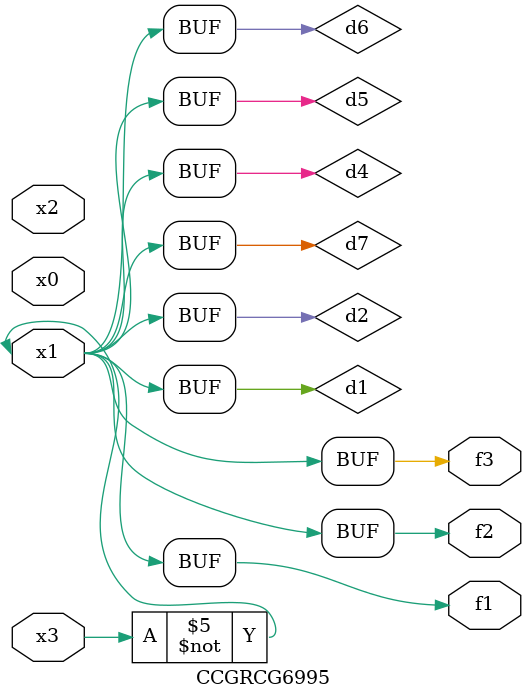
<source format=v>
module CCGRCG6995(
	input x0, x1, x2, x3,
	output f1, f2, f3
);

	wire d1, d2, d3, d4, d5, d6, d7;

	not (d1, x3);
	buf (d2, x1);
	xnor (d3, d1, d2);
	nor (d4, d1);
	buf (d5, d1, d2);
	buf (d6, d4, d5);
	nand (d7, d4);
	assign f1 = d6;
	assign f2 = d7;
	assign f3 = d6;
endmodule

</source>
